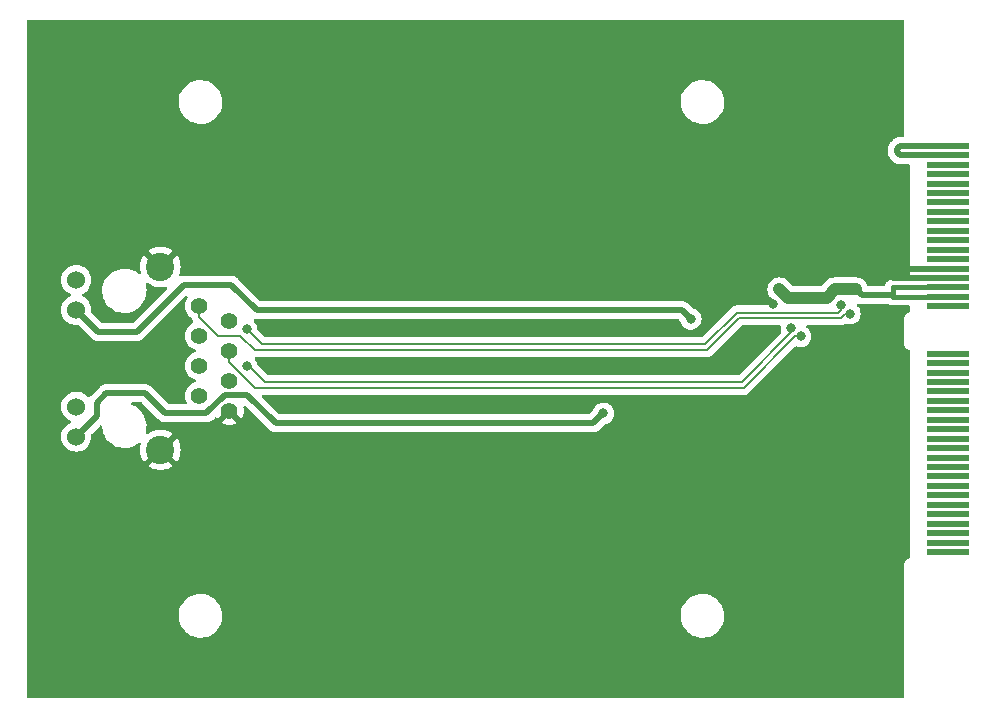
<source format=gbr>
%TF.GenerationSoftware,KiCad,Pcbnew,7.0.2*%
%TF.CreationDate,2024-05-24T23:14:04+02:00*%
%TF.ProjectId,dsoxlan,64736f78-6c61-46e2-9e6b-696361645f70,rev?*%
%TF.SameCoordinates,Original*%
%TF.FileFunction,Copper,L2,Bot*%
%TF.FilePolarity,Positive*%
%FSLAX46Y46*%
G04 Gerber Fmt 4.6, Leading zero omitted, Abs format (unit mm)*
G04 Created by KiCad (PCBNEW 7.0.2) date 2024-05-24 23:14:04*
%MOMM*%
%LPD*%
G01*
G04 APERTURE LIST*
%TA.AperFunction,ComponentPad*%
%ADD10C,2.400000*%
%TD*%
%TA.AperFunction,ComponentPad*%
%ADD11C,1.530000*%
%TD*%
%TA.AperFunction,ComponentPad*%
%ADD12C,1.400000*%
%TD*%
%TA.AperFunction,ConnectorPad*%
%ADD13R,3.600000X0.550000*%
%TD*%
%TA.AperFunction,ViaPad*%
%ADD14C,0.800000*%
%TD*%
%TA.AperFunction,Conductor*%
%ADD15C,1.000000*%
%TD*%
%TA.AperFunction,Conductor*%
%ADD16C,0.500000*%
%TD*%
%TA.AperFunction,Conductor*%
%ADD17C,0.200000*%
%TD*%
%TA.AperFunction,Conductor*%
%ADD18C,0.400000*%
%TD*%
G04 APERTURE END LIST*
D10*
%TO.P,P1,14,Shield*%
%TO.N,GND*%
X124100001Y-80600000D03*
%TO.P,P1,13,Shield*%
X124100001Y-96090000D03*
D11*
%TO.P,P1,12,KG*%
%TO.N,LED1*%
X116970001Y-94975000D03*
%TO.P,P1,11,AG*%
%TO.N,Net-(P1-AG)*%
X116970001Y-92435000D03*
%TO.P,P1,10,KY*%
%TO.N,LED2*%
X116970001Y-84255000D03*
%TO.P,P1,9,AY*%
%TO.N,Net-(P1-AY)*%
X116970001Y-81715000D03*
D12*
%TO.P,P1,8,GND*%
%TO.N,GND*%
X129940001Y-92790000D03*
%TO.P,P1,7,NC*%
%TO.N,unconnected-(P1-NC-Pad7)*%
X127400001Y-91520000D03*
%TO.P,P1,6,RD-*%
%TO.N,RX-*%
X129940001Y-90250000D03*
%TO.P,P1,5,CRD*%
%TO.N,Net-(P1-CRD)*%
X127400001Y-88980000D03*
%TO.P,P1,4,RD+*%
%TO.N,RX+*%
X129940001Y-87710000D03*
%TO.P,P1,3,TD-*%
%TO.N,TX-*%
X127400001Y-86440000D03*
%TO.P,P1,2,CTD*%
%TO.N,Net-(P1-CRD)*%
X129940001Y-85170000D03*
%TO.P,P1,1,TD+*%
%TO.N,TX+*%
X127400001Y-83900000D03*
%TD*%
D13*
%TO.P,P2,2,Pin_2*%
%TO.N,unconnected-(P2-Pin_2-Pad2)*%
X190754000Y-104750000D03*
%TO.P,P2,4,Pin_4*%
%TO.N,unconnected-(P2-Pin_4-Pad4)*%
X190754000Y-103950000D03*
%TO.P,P2,6,Pin_6*%
%TO.N,unconnected-(P2-Pin_6-Pad6)*%
X190754000Y-103150000D03*
%TO.P,P2,8,Pin_8*%
%TO.N,unconnected-(P2-Pin_8-Pad8)*%
X190754000Y-102350000D03*
%TO.P,P2,10,Pin_10*%
%TO.N,unconnected-(P2-Pin_10-Pad10)*%
X190754000Y-101550000D03*
%TO.P,P2,12,Pin_12*%
%TO.N,unconnected-(P2-Pin_12-Pad12)*%
X190754000Y-100750000D03*
%TO.P,P2,14,Pin_14*%
%TO.N,unconnected-(P2-Pin_14-Pad14)*%
X190754000Y-99950000D03*
%TO.P,P2,16,Pin_16*%
%TO.N,unconnected-(P2-Pin_16-Pad16)*%
X190754000Y-99150000D03*
%TO.P,P2,18,Pin_18*%
%TO.N,unconnected-(P2-Pin_18-Pad18)*%
X190754000Y-98350000D03*
%TO.P,P2,20,Pin_20*%
%TO.N,unconnected-(P2-Pin_20-Pad20)*%
X190754000Y-97550000D03*
%TO.P,P2,22,Pin_22*%
%TO.N,unconnected-(P2-Pin_22-Pad22)*%
X190754000Y-96750000D03*
%TO.P,P2,24,Pin_24*%
%TO.N,unconnected-(P2-Pin_24-Pad24)*%
X190754000Y-95950000D03*
%TO.P,P2,26,Pin_26*%
%TO.N,unconnected-(P2-Pin_26-Pad26)*%
X190754000Y-95150000D03*
%TO.P,P2,28,Pin_28*%
%TO.N,unconnected-(P2-Pin_28-Pad28)*%
X190754000Y-94350000D03*
%TO.P,P2,30,Pin_30*%
%TO.N,unconnected-(P2-Pin_30-Pad30)*%
X190754000Y-93550000D03*
%TO.P,P2,32,Pin_32*%
%TO.N,unconnected-(P2-Pin_32-Pad32)*%
X190754000Y-92750000D03*
%TO.P,P2,34,Pin_34*%
%TO.N,unconnected-(P2-Pin_34-Pad34)*%
X190754000Y-91950000D03*
%TO.P,P2,36,Pin_36*%
%TO.N,unconnected-(P2-Pin_36-Pad36)*%
X190754000Y-91150000D03*
%TO.P,P2,38,Pin_38*%
%TO.N,unconnected-(P2-Pin_38-Pad38)*%
X190754000Y-90350000D03*
%TO.P,P2,40,Pin_40*%
%TO.N,unconnected-(P2-Pin_40-Pad40)*%
X190754000Y-89550000D03*
%TO.P,P2,42,Pin_42*%
%TO.N,unconnected-(P2-Pin_42-Pad42)*%
X190754000Y-88750000D03*
%TO.P,P2,44,Pin_44*%
%TO.N,unconnected-(P2-Pin_44-Pad44)*%
X190754000Y-87950000D03*
%TO.P,P2,46,Pin_46*%
%TO.N,unconnected-(P2-Pin_46-Pad46)*%
X190754000Y-83950000D03*
%TO.P,P2,48,Pin_48*%
%TO.N,+3.3V*%
X190754000Y-83150000D03*
%TO.P,P2,50,Pin_50*%
X190754000Y-82350000D03*
%TO.P,P2,52,Pin_52*%
%TO.N,GND*%
X190754000Y-81550000D03*
%TO.P,P2,54,Pin_54*%
X190754000Y-80750000D03*
%TO.P,P2,56,Pin_56*%
%TO.N,unconnected-(P2-Pin_56-Pad56)*%
X190754000Y-79950000D03*
%TO.P,P2,58,Pin_58*%
%TO.N,unconnected-(P2-Pin_58-Pad58)*%
X190754000Y-79150000D03*
%TO.P,P2,60,Pin_60*%
%TO.N,unconnected-(P2-Pin_60-Pad60)*%
X190754000Y-78350000D03*
%TO.P,P2,62,Pin_62*%
%TO.N,unconnected-(P2-Pin_62-Pad62)*%
X190754000Y-77550000D03*
%TO.P,P2,64,Pin_64*%
%TO.N,unconnected-(P2-Pin_64-Pad64)*%
X190754000Y-76750000D03*
%TO.P,P2,66,Pin_66*%
%TO.N,unconnected-(P2-Pin_66-Pad66)*%
X190754000Y-75950000D03*
%TO.P,P2,68,Pin_68*%
%TO.N,unconnected-(P2-Pin_68-Pad68)*%
X190754000Y-75150000D03*
%TO.P,P2,70,Pin_70*%
%TO.N,unconnected-(P2-Pin_70-Pad70)*%
X190754000Y-74350000D03*
%TO.P,P2,72,Pin_72*%
%TO.N,unconnected-(P2-Pin_72-Pad72)*%
X190754000Y-73550000D03*
%TO.P,P2,74,Pin_74*%
%TO.N,unconnected-(P2-Pin_74-Pad74)*%
X190754000Y-72750000D03*
%TO.P,P2,76,Pin_76*%
%TO.N,unconnected-(P2-Pin_76-Pad76)*%
X190754000Y-71950000D03*
%TO.P,P2,78,Pin_78*%
%TO.N,Net-(P2-Pin_78)*%
X190754000Y-71150000D03*
%TO.P,P2,80,Pin_80*%
X190754000Y-70350000D03*
%TD*%
D14*
%TO.N,GND*%
X114500000Y-89000000D03*
X134400000Y-92600000D03*
X175600000Y-86100000D03*
X133100000Y-86000000D03*
%TO.N,TX-*%
X131400000Y-85900000D03*
%TO.N,TX+*%
X182471232Y-84571232D03*
%TO.N,TX-*%
X181728768Y-83828768D03*
%TO.N,RX-*%
X131400000Y-89000000D03*
%TO.N,RX+*%
X178294074Y-86492667D03*
%TO.N,RX-*%
X177528768Y-85774500D03*
%TO.N,GND*%
X132500000Y-94500000D03*
X163500000Y-85500000D03*
X183680000Y-81280000D03*
X142500000Y-85680500D03*
X146500000Y-96000000D03*
X178100000Y-89800000D03*
X186000000Y-85000000D03*
X159500000Y-85500000D03*
X145500000Y-89000000D03*
X132500000Y-82500000D03*
X142500000Y-92500000D03*
X145500000Y-85500000D03*
X136800000Y-85700000D03*
X186000000Y-89500000D03*
X161500000Y-82500000D03*
X170500000Y-89000000D03*
X186000000Y-75000000D03*
X133200000Y-88967152D03*
X167199272Y-81245799D03*
X164000000Y-92500000D03*
X181000000Y-86500000D03*
X143000000Y-82500000D03*
X176000000Y-83725500D03*
X177500000Y-81400500D03*
X137000000Y-96000000D03*
X162000000Y-96000000D03*
X142000000Y-96000000D03*
X159500000Y-89000000D03*
X167500000Y-92500000D03*
X158500000Y-92500000D03*
%TO.N,LED2*%
X169000000Y-85000000D03*
%TO.N,LED1*%
X161600000Y-93000000D03*
%TO.N,+3.3V*%
X176500000Y-82500000D03*
%TD*%
D15*
%TO.N,+3.3V*%
X176500000Y-82500000D02*
X177200000Y-83200000D01*
X177200000Y-83200000D02*
X180500000Y-83200000D01*
X180500000Y-83200000D02*
X181200000Y-82500000D01*
X181200000Y-82500000D02*
X183000000Y-82500000D01*
D16*
%TO.N,LED1*%
X161600000Y-93000000D02*
X160750000Y-93850000D01*
X129550000Y-91450000D02*
X128000000Y-93000000D01*
X160750000Y-93850000D02*
X133850000Y-93850000D01*
X133850000Y-93850000D02*
X131450000Y-91450000D01*
X131450000Y-91450000D02*
X129550000Y-91450000D01*
X128000000Y-93000000D02*
X124500000Y-93000000D01*
X124500000Y-93000000D02*
X122800000Y-91300000D01*
X122800000Y-91300000D02*
X119500000Y-91300000D01*
X119500000Y-91300000D02*
X118700000Y-92100000D01*
X118700000Y-92100000D02*
X118700000Y-93245001D01*
X118700000Y-93245001D02*
X116970001Y-94975000D01*
%TO.N,LED2*%
X169000000Y-85000000D02*
X168277464Y-84277464D01*
X168277464Y-84277464D02*
X132277464Y-84277464D01*
X132277464Y-84277464D02*
X130100000Y-82100000D01*
X130100000Y-82100000D02*
X126100000Y-82100000D01*
X126100000Y-82100000D02*
X122100000Y-86100000D01*
X122100000Y-86100000D02*
X118815001Y-86100000D01*
X118815001Y-86100000D02*
X116970001Y-84255000D01*
D17*
%TO.N,TX+*%
X130865046Y-86425000D02*
X128935052Y-86425000D01*
%TO.N,TX-*%
X131475000Y-85975000D02*
X131400000Y-85900000D01*
%TO.N,TX+*%
X127400001Y-84889949D02*
X127400001Y-83900000D01*
X181693199Y-84925000D02*
X173093200Y-84925000D01*
X128935052Y-86425000D02*
X127400001Y-84889949D01*
X132065046Y-87625000D02*
X130865046Y-86425000D01*
X182471232Y-84571232D02*
X182046967Y-84571232D01*
X173093200Y-84925000D02*
X170393200Y-87625000D01*
X170393200Y-87625000D02*
X132065046Y-87625000D01*
X182046967Y-84571232D02*
X181693199Y-84925000D01*
%TO.N,TX-*%
X131493200Y-85975000D02*
X131475000Y-85975000D01*
X132693200Y-87175000D02*
X131493200Y-85975000D01*
X170206800Y-87175000D02*
X132693200Y-87175000D01*
X172906800Y-84475000D02*
X170206800Y-87175000D01*
X181506801Y-84475000D02*
X172906800Y-84475000D01*
%TO.N,RX+*%
X129940001Y-88699949D02*
X132065052Y-90825000D01*
%TO.N,TX-*%
X181728768Y-84253033D02*
X181506801Y-84475000D01*
%TO.N,RX+*%
X132065052Y-90825000D02*
X173493199Y-90825000D01*
X129940001Y-87710000D02*
X129940001Y-88699949D01*
X177825532Y-86492667D02*
X178294074Y-86492667D01*
%TO.N,RX-*%
X131600000Y-89000000D02*
X131609100Y-88990900D01*
X131609100Y-88990900D02*
X132993200Y-90375000D01*
X131400000Y-89000000D02*
X131600000Y-89000000D01*
X177528768Y-86153033D02*
X177528768Y-85774500D01*
X173306801Y-90375000D02*
X177528768Y-86153033D01*
X132993200Y-90375000D02*
X173306801Y-90375000D01*
%TO.N,RX+*%
X173493199Y-90825000D02*
X177825532Y-86492667D01*
%TO.N,TX-*%
X181728768Y-83828768D02*
X181728768Y-84253033D01*
D16*
%TO.N,GND*%
X186100998Y-81550000D02*
X186055000Y-81504002D01*
X186055000Y-81504002D02*
X186055000Y-81280000D01*
X186585000Y-80750000D02*
X186055000Y-81280000D01*
X190754000Y-81550000D02*
X186100998Y-81550000D01*
X186055000Y-81280000D02*
X183680000Y-81280000D01*
X190754000Y-80750000D02*
X186585000Y-80750000D01*
D18*
%TO.N,+3.3V*%
X186100000Y-83000000D02*
X186100000Y-83100000D01*
X186150000Y-82350000D02*
X186100000Y-82400000D01*
X186100000Y-83100000D02*
X186150000Y-83150000D01*
D16*
X183500000Y-83000000D02*
X186100000Y-83000000D01*
D18*
X186100000Y-82400000D02*
X186100000Y-83000000D01*
D16*
X183000000Y-82500000D02*
X183500000Y-83000000D01*
D18*
X190754000Y-82350000D02*
X186150000Y-82350000D01*
X186150000Y-83150000D02*
X190754000Y-83150000D01*
D16*
%TO.N,Net-(P2-Pin_78)*%
X186720000Y-71150000D02*
X186436000Y-70866000D01*
X186436000Y-70866000D02*
X186436000Y-70612000D01*
X186436000Y-70612000D02*
X186698000Y-70350000D01*
X186698000Y-70350000D02*
X190754000Y-70350000D01*
X190754000Y-71150000D02*
X186720000Y-71150000D01*
%TD*%
%TA.AperFunction,Conductor*%
%TO.N,GND*%
G36*
X187020621Y-59702502D02*
G01*
X187067114Y-59756158D01*
X187078500Y-59808500D01*
X187078500Y-69465500D01*
X187058498Y-69533621D01*
X187004842Y-69580114D01*
X186952500Y-69591500D01*
X186762442Y-69591500D01*
X186744182Y-69590170D01*
X186720212Y-69586659D01*
X186720211Y-69586659D01*
X186694075Y-69588945D01*
X186670353Y-69591021D01*
X186659372Y-69591500D01*
X186653820Y-69591500D01*
X186650182Y-69591925D01*
X186650167Y-69591926D01*
X186622711Y-69595135D01*
X186619070Y-69595507D01*
X186542260Y-69602227D01*
X186523123Y-69606470D01*
X186450634Y-69632853D01*
X186447176Y-69634055D01*
X186374000Y-69658303D01*
X186356372Y-69666838D01*
X186291918Y-69709229D01*
X186288831Y-69711196D01*
X186223218Y-69751667D01*
X186208032Y-69764038D01*
X186155087Y-69820156D01*
X186152534Y-69822783D01*
X185945225Y-70030092D01*
X185931377Y-70042061D01*
X185911944Y-70056529D01*
X185879773Y-70094868D01*
X185872360Y-70102958D01*
X185871017Y-70104301D01*
X185871011Y-70104307D01*
X185868420Y-70106899D01*
X185866149Y-70109770D01*
X185866140Y-70109781D01*
X185848997Y-70131460D01*
X185846688Y-70134294D01*
X185797119Y-70193369D01*
X185786589Y-70209899D01*
X185753995Y-70279794D01*
X185752401Y-70283087D01*
X185717795Y-70351997D01*
X185711363Y-70370500D01*
X185695759Y-70446064D01*
X185694967Y-70449637D01*
X185677192Y-70524640D01*
X185675202Y-70544115D01*
X185677447Y-70621258D01*
X185677500Y-70624922D01*
X185677500Y-70801559D01*
X185676170Y-70819820D01*
X185672658Y-70843790D01*
X185677020Y-70893633D01*
X185677500Y-70904616D01*
X185677500Y-70910180D01*
X185677924Y-70913815D01*
X185677926Y-70913834D01*
X185681135Y-70941291D01*
X185681507Y-70944932D01*
X185688228Y-71021744D01*
X185692469Y-71040873D01*
X185718846Y-71113342D01*
X185720049Y-71116804D01*
X185744304Y-71190000D01*
X185752837Y-71207627D01*
X185795232Y-71272084D01*
X185797171Y-71275127D01*
X185836970Y-71339651D01*
X185837674Y-71340792D01*
X185850038Y-71355967D01*
X185906155Y-71408911D01*
X185908784Y-71411465D01*
X186138092Y-71640773D01*
X186150060Y-71654620D01*
X186164531Y-71674058D01*
X186202870Y-71706228D01*
X186210974Y-71713655D01*
X186214900Y-71717581D01*
X186217780Y-71719858D01*
X186239455Y-71736997D01*
X186242296Y-71739311D01*
X186301377Y-71788885D01*
X186317890Y-71799405D01*
X186387786Y-71831998D01*
X186391078Y-71833591D01*
X186458812Y-71867609D01*
X186458814Y-71867609D01*
X186460008Y-71868209D01*
X186478490Y-71874633D01*
X186479791Y-71874901D01*
X186479794Y-71874903D01*
X186554078Y-71890241D01*
X186557630Y-71891029D01*
X186631344Y-71908500D01*
X186631346Y-71908500D01*
X186632641Y-71908807D01*
X186652114Y-71910797D01*
X186653439Y-71910758D01*
X186653442Y-71910759D01*
X186727477Y-71908604D01*
X186729259Y-71908553D01*
X186732923Y-71908500D01*
X187453000Y-71908500D01*
X187521121Y-71928502D01*
X187567614Y-71982158D01*
X187579000Y-72034500D01*
X187579000Y-81515500D01*
X187558998Y-81583621D01*
X187505342Y-81630114D01*
X187453000Y-81641500D01*
X186175223Y-81641500D01*
X186167616Y-81641270D01*
X186165540Y-81641144D01*
X186106906Y-81637597D01*
X186047090Y-81648559D01*
X186039569Y-81649704D01*
X185979197Y-81657035D01*
X185969662Y-81660651D01*
X185947711Y-81666770D01*
X185945609Y-81667155D01*
X185937668Y-81668611D01*
X185882213Y-81693569D01*
X185875186Y-81696480D01*
X185818322Y-81718046D01*
X185809926Y-81723842D01*
X185790076Y-81735038D01*
X185780776Y-81739224D01*
X185780774Y-81739225D01*
X185780775Y-81739225D01*
X185732899Y-81776731D01*
X185726785Y-81781230D01*
X185676730Y-81815781D01*
X185636388Y-81861317D01*
X185631172Y-81866856D01*
X185616856Y-81881172D01*
X185611317Y-81886388D01*
X185565782Y-81926729D01*
X185531238Y-81976773D01*
X185526731Y-81982898D01*
X185489224Y-82030774D01*
X185485036Y-82040078D01*
X185473843Y-82059923D01*
X185468048Y-82068319D01*
X185446482Y-82125183D01*
X185443570Y-82132211D01*
X185427819Y-82167210D01*
X185381623Y-82221121D01*
X185313613Y-82241498D01*
X185312919Y-82241500D01*
X184068913Y-82241500D01*
X184000792Y-82221498D01*
X183954299Y-82167842D01*
X183948339Y-82152076D01*
X183942312Y-82132211D01*
X183936241Y-82112196D01*
X183842595Y-81936996D01*
X183842593Y-81936992D01*
X183716568Y-81783431D01*
X183563007Y-81657406D01*
X183387802Y-81563758D01*
X183197701Y-81506091D01*
X183052627Y-81491803D01*
X183052619Y-81491802D01*
X183049547Y-81491500D01*
X183046455Y-81491500D01*
X181255735Y-81491500D01*
X181243384Y-81490893D01*
X181200000Y-81486619D01*
X181158608Y-81490696D01*
X181150453Y-81491500D01*
X181127926Y-81493718D01*
X181002298Y-81506091D01*
X180812197Y-81563758D01*
X180636995Y-81657404D01*
X180483430Y-81783433D01*
X180455774Y-81817131D01*
X180447473Y-81826290D01*
X180119171Y-82154595D01*
X180056859Y-82188620D01*
X180030075Y-82191500D01*
X177669926Y-82191500D01*
X177601805Y-82171498D01*
X177580831Y-82154596D01*
X177180265Y-81754031D01*
X177178082Y-81751848D01*
X177108973Y-81695132D01*
X177063002Y-81657404D01*
X176887802Y-81563758D01*
X176697701Y-81506090D01*
X176499999Y-81486619D01*
X176302298Y-81506090D01*
X176112197Y-81563757D01*
X175936998Y-81657404D01*
X175783431Y-81783431D01*
X175657404Y-81936998D01*
X175563757Y-82112197D01*
X175506090Y-82302298D01*
X175486619Y-82500000D01*
X175506090Y-82697701D01*
X175563758Y-82887802D01*
X175657404Y-83063002D01*
X175727080Y-83147903D01*
X175751848Y-83178082D01*
X175754031Y-83180265D01*
X176225170Y-83651405D01*
X176259195Y-83713717D01*
X176254130Y-83784533D01*
X176211583Y-83841368D01*
X176145063Y-83866179D01*
X176136074Y-83866500D01*
X172954944Y-83866500D01*
X172938498Y-83865422D01*
X172906800Y-83861249D01*
X172747949Y-83882161D01*
X172599924Y-83943475D01*
X172536326Y-83992276D01*
X172504729Y-84016522D01*
X172504725Y-84016525D01*
X172472813Y-84041013D01*
X172472809Y-84041017D01*
X172472805Y-84041021D01*
X172453345Y-84066381D01*
X172442481Y-84078768D01*
X169991656Y-86529595D01*
X169929344Y-86563620D01*
X169902561Y-86566500D01*
X132997439Y-86566500D01*
X132929318Y-86546498D01*
X132908344Y-86529595D01*
X132349136Y-85970387D01*
X132315110Y-85908075D01*
X132312923Y-85894478D01*
X132293542Y-85710072D01*
X132248161Y-85570405D01*
X132234527Y-85528443D01*
X132139039Y-85363054D01*
X132021259Y-85232245D01*
X131990541Y-85168238D01*
X131999306Y-85097784D01*
X132044769Y-85043253D01*
X132112496Y-85021958D01*
X132143946Y-85025330D01*
X132188808Y-85035964D01*
X132188812Y-85035964D01*
X132190107Y-85036271D01*
X132209575Y-85038260D01*
X132210902Y-85038221D01*
X132210906Y-85038222D01*
X132285161Y-85036061D01*
X132286688Y-85036017D01*
X132290352Y-85035964D01*
X167911093Y-85035964D01*
X167979214Y-85055966D01*
X168000188Y-85072869D01*
X168079874Y-85152555D01*
X168110612Y-85202714D01*
X168165472Y-85371555D01*
X168260958Y-85536942D01*
X168324181Y-85607158D01*
X168388747Y-85678866D01*
X168543248Y-85791118D01*
X168717712Y-85868794D01*
X168904513Y-85908500D01*
X168904515Y-85908500D01*
X169095485Y-85908500D01*
X169095487Y-85908500D01*
X169282288Y-85868794D01*
X169456752Y-85791118D01*
X169611253Y-85678866D01*
X169739040Y-85536944D01*
X169834527Y-85371556D01*
X169893542Y-85189928D01*
X169913504Y-85000000D01*
X169893542Y-84810072D01*
X169834527Y-84628444D01*
X169834527Y-84628443D01*
X169739041Y-84463057D01*
X169611252Y-84321133D01*
X169456753Y-84208883D01*
X169456752Y-84208882D01*
X169282288Y-84131206D01*
X169282284Y-84131204D01*
X169219228Y-84117801D01*
X169156755Y-84084072D01*
X169156331Y-84083650D01*
X168859373Y-83786692D01*
X168847401Y-83772839D01*
X168832934Y-83753407D01*
X168794591Y-83721233D01*
X168786488Y-83713807D01*
X168785158Y-83712477D01*
X168782565Y-83709884D01*
X168779699Y-83707617D01*
X168779688Y-83707608D01*
X168757994Y-83690455D01*
X168755172Y-83688156D01*
X168697104Y-83639432D01*
X168697103Y-83639431D01*
X168696085Y-83638577D01*
X168679574Y-83628058D01*
X168609669Y-83595460D01*
X168606373Y-83593865D01*
X168594963Y-83588135D01*
X168591926Y-83586610D01*
X168537460Y-83559256D01*
X168518968Y-83552829D01*
X168443406Y-83537226D01*
X168439831Y-83536433D01*
X168364820Y-83518655D01*
X168345349Y-83516666D01*
X168268205Y-83518911D01*
X168264541Y-83518964D01*
X132643835Y-83518964D01*
X132575714Y-83498962D01*
X132554740Y-83482059D01*
X130681909Y-81609228D01*
X130669937Y-81595375D01*
X130655470Y-81575943D01*
X130617127Y-81543769D01*
X130609024Y-81536343D01*
X130607694Y-81535013D01*
X130605101Y-81532420D01*
X130602235Y-81530153D01*
X130602224Y-81530144D01*
X130580530Y-81512991D01*
X130577708Y-81510692D01*
X130519640Y-81461968D01*
X130519639Y-81461967D01*
X130518621Y-81461113D01*
X130502110Y-81450594D01*
X130432205Y-81417996D01*
X130428909Y-81416401D01*
X130423622Y-81413746D01*
X130411954Y-81407886D01*
X130359996Y-81381792D01*
X130341504Y-81375365D01*
X130265942Y-81359762D01*
X130262367Y-81358969D01*
X130187356Y-81341191D01*
X130167885Y-81339202D01*
X130090741Y-81341447D01*
X130087077Y-81341500D01*
X126164441Y-81341500D01*
X126146180Y-81340170D01*
X126122211Y-81336659D01*
X126072353Y-81341021D01*
X126061372Y-81341500D01*
X126055820Y-81341500D01*
X126052185Y-81341924D01*
X126052165Y-81341926D01*
X126024709Y-81345135D01*
X126021068Y-81345507D01*
X125944251Y-81352228D01*
X125925139Y-81356465D01*
X125852653Y-81382846D01*
X125849838Y-81383832D01*
X125849672Y-81383888D01*
X125778731Y-81386711D01*
X125717527Y-81350731D01*
X125685490Y-81287374D01*
X125692106Y-81218466D01*
X125736695Y-81104854D01*
X125793659Y-80855279D01*
X125812789Y-80600000D01*
X125793659Y-80344720D01*
X125736695Y-80095145D01*
X125643170Y-79856847D01*
X125515173Y-79635150D01*
X125474749Y-79584461D01*
X125474748Y-79584460D01*
X124818844Y-80240364D01*
X124729424Y-80098052D01*
X124601949Y-79970577D01*
X124459635Y-79881155D01*
X125115579Y-79225211D01*
X124956393Y-79116679D01*
X124725753Y-79005609D01*
X124481135Y-78930155D01*
X124227995Y-78892000D01*
X123972007Y-78892000D01*
X123718866Y-78930155D01*
X123474248Y-79005609D01*
X123243607Y-79116681D01*
X123084422Y-79225210D01*
X123084422Y-79225212D01*
X123740365Y-79881156D01*
X123598053Y-79970577D01*
X123470578Y-80098052D01*
X123381156Y-80240365D01*
X122725253Y-79584461D01*
X122725251Y-79584461D01*
X122684828Y-79635151D01*
X122556831Y-79856848D01*
X122463306Y-80095145D01*
X122406342Y-80344720D01*
X122387212Y-80600000D01*
X122406342Y-80855279D01*
X122453542Y-81062074D01*
X122449200Y-81132938D01*
X122407235Y-81190205D01*
X122340971Y-81215693D01*
X122271447Y-81201310D01*
X122246619Y-81183954D01*
X122199324Y-81141577D01*
X121970360Y-80990096D01*
X121721780Y-80873567D01*
X121660993Y-80855279D01*
X121458876Y-80794471D01*
X121187272Y-80754500D01*
X121187270Y-80754500D01*
X120981454Y-80754500D01*
X120979184Y-80754666D01*
X120979160Y-80754667D01*
X120776192Y-80769523D01*
X120508227Y-80829215D01*
X120251802Y-80927288D01*
X120012389Y-81061653D01*
X119795098Y-81229441D01*
X119604548Y-81427082D01*
X119444804Y-81650364D01*
X119319272Y-81894524D01*
X119230631Y-82154352D01*
X119180765Y-82424325D01*
X119170738Y-82698681D01*
X119200764Y-82971568D01*
X119224922Y-83063972D01*
X119270205Y-83237182D01*
X119377578Y-83489852D01*
X119520596Y-83724196D01*
X119696210Y-83935218D01*
X119696211Y-83935219D01*
X119696213Y-83935221D01*
X119751212Y-83984500D01*
X119900678Y-84118423D01*
X120129642Y-84269904D01*
X120378222Y-84386433D01*
X120641120Y-84465527D01*
X120641123Y-84465527D01*
X120641125Y-84465528D01*
X120912730Y-84505500D01*
X120912732Y-84505500D01*
X121116247Y-84505500D01*
X121118548Y-84505500D01*
X121323806Y-84490477D01*
X121591776Y-84430784D01*
X121848199Y-84332711D01*
X122087610Y-84198347D01*
X122087609Y-84198347D01*
X122087612Y-84198346D01*
X122236147Y-84083650D01*
X122304905Y-84030557D01*
X122495455Y-83832916D01*
X122655197Y-83609637D01*
X122780728Y-83365479D01*
X122869371Y-83105646D01*
X122919237Y-82835674D01*
X122929263Y-82561320D01*
X122899237Y-82288429D01*
X122844383Y-82078610D01*
X122846505Y-82007647D01*
X122886656Y-81949095D01*
X122952089Y-81921544D01*
X123022030Y-81933744D01*
X123037265Y-81942636D01*
X123243609Y-82083320D01*
X123474248Y-82194390D01*
X123718866Y-82269844D01*
X123972007Y-82308000D01*
X124227995Y-82308000D01*
X124481135Y-82269844D01*
X124539855Y-82251732D01*
X124610845Y-82250766D01*
X124671087Y-82288334D01*
X124701456Y-82352508D01*
X124692309Y-82422913D01*
X124666089Y-82461229D01*
X121822724Y-85304595D01*
X121760412Y-85338621D01*
X121733629Y-85341500D01*
X119181372Y-85341500D01*
X119113251Y-85321498D01*
X119092277Y-85304595D01*
X118273364Y-84485682D01*
X118239338Y-84423370D01*
X118236939Y-84385605D01*
X118237315Y-84381304D01*
X118248366Y-84255000D01*
X118228945Y-84033014D01*
X118171271Y-83817773D01*
X118077098Y-83615818D01*
X117949285Y-83433283D01*
X117949284Y-83433282D01*
X117949282Y-83433279D01*
X117791721Y-83275718D01*
X117655401Y-83180265D01*
X117609184Y-83147903D01*
X117504729Y-83099195D01*
X117451443Y-83052278D01*
X117431982Y-82984001D01*
X117452524Y-82916041D01*
X117504729Y-82870805D01*
X117519952Y-82863706D01*
X117609184Y-82822097D01*
X117791718Y-82694284D01*
X117949285Y-82536717D01*
X118077098Y-82354183D01*
X118171271Y-82152227D01*
X118228945Y-81936986D01*
X118248366Y-81715000D01*
X118228945Y-81493014D01*
X118171271Y-81277773D01*
X118077098Y-81075818D01*
X117949285Y-80893283D01*
X117949284Y-80893282D01*
X117949282Y-80893279D01*
X117791721Y-80735718D01*
X117609184Y-80607903D01*
X117407228Y-80513729D01*
X117191987Y-80456056D01*
X117191986Y-80456055D01*
X116970001Y-80436635D01*
X116970000Y-80436635D01*
X116748014Y-80456056D01*
X116532774Y-80513729D01*
X116330818Y-80607903D01*
X116148280Y-80735718D01*
X115990719Y-80893279D01*
X115862904Y-81075817D01*
X115768730Y-81277773D01*
X115711057Y-81493013D01*
X115691636Y-81715000D01*
X115711057Y-81936986D01*
X115768730Y-82152227D01*
X115862904Y-82354183D01*
X115990719Y-82536720D01*
X116148280Y-82694281D01*
X116148283Y-82694283D01*
X116148284Y-82694284D01*
X116330818Y-82822097D01*
X116408885Y-82858500D01*
X116435273Y-82870805D01*
X116488558Y-82917722D01*
X116508019Y-82986000D01*
X116487477Y-83053959D01*
X116435273Y-83099195D01*
X116330818Y-83147903D01*
X116148280Y-83275718D01*
X115990719Y-83433279D01*
X115862904Y-83615817D01*
X115768730Y-83817773D01*
X115711057Y-84033013D01*
X115691636Y-84254999D01*
X115711057Y-84476986D01*
X115768730Y-84692227D01*
X115862904Y-84894183D01*
X115990719Y-85076720D01*
X116148280Y-85234281D01*
X116148283Y-85234283D01*
X116148284Y-85234284D01*
X116330818Y-85362097D01*
X116438599Y-85412356D01*
X116532773Y-85456270D01*
X116590446Y-85471723D01*
X116748015Y-85513944D01*
X116970001Y-85533365D01*
X117100606Y-85521938D01*
X117170211Y-85535926D01*
X117200683Y-85558363D01*
X118233093Y-86590773D01*
X118245061Y-86604620D01*
X118257628Y-86621500D01*
X118259532Y-86624058D01*
X118297871Y-86656228D01*
X118305975Y-86663655D01*
X118309900Y-86667580D01*
X118328891Y-86682596D01*
X118334454Y-86686995D01*
X118337293Y-86689308D01*
X118396383Y-86738890D01*
X118412890Y-86749406D01*
X118482807Y-86782008D01*
X118486044Y-86783574D01*
X118553813Y-86817609D01*
X118553815Y-86817609D01*
X118555015Y-86818212D01*
X118573489Y-86824633D01*
X118574793Y-86824902D01*
X118574795Y-86824903D01*
X118649045Y-86840234D01*
X118652588Y-86841019D01*
X118726345Y-86858500D01*
X118726347Y-86858500D01*
X118727642Y-86858807D01*
X118747113Y-86860796D01*
X118748440Y-86860757D01*
X118748443Y-86860758D01*
X118824240Y-86858552D01*
X118827904Y-86858500D01*
X122035559Y-86858500D01*
X122053820Y-86859830D01*
X122077789Y-86863341D01*
X122124253Y-86859275D01*
X122127647Y-86858979D01*
X122138628Y-86858500D01*
X122140513Y-86858500D01*
X122144180Y-86858500D01*
X122175301Y-86854861D01*
X122178896Y-86854494D01*
X122254426Y-86847887D01*
X122254430Y-86847885D01*
X122255751Y-86847770D01*
X122274856Y-86843535D01*
X122276106Y-86843079D01*
X122276113Y-86843079D01*
X122347400Y-86817132D01*
X122350769Y-86815961D01*
X122422738Y-86792114D01*
X122422739Y-86792112D01*
X122424007Y-86791693D01*
X122441613Y-86783169D01*
X122442725Y-86782437D01*
X122442732Y-86782435D01*
X122506138Y-86740730D01*
X122509161Y-86738806D01*
X122510416Y-86738032D01*
X122573651Y-86699030D01*
X122573652Y-86699028D01*
X122574788Y-86698328D01*
X122589959Y-86685970D01*
X122590871Y-86685002D01*
X122590874Y-86685001D01*
X122642929Y-86629824D01*
X122645448Y-86627231D01*
X126195641Y-83077039D01*
X126257951Y-83043015D01*
X126328767Y-83048080D01*
X126385602Y-83090627D01*
X126410413Y-83157147D01*
X126395322Y-83226521D01*
X126387948Y-83238406D01*
X126349412Y-83293441D01*
X126260044Y-83485090D01*
X126205315Y-83689344D01*
X126191194Y-83850753D01*
X126186885Y-83900000D01*
X126190689Y-83943475D01*
X126205315Y-84110655D01*
X126260044Y-84314909D01*
X126349412Y-84506559D01*
X126470702Y-84679779D01*
X126620223Y-84829300D01*
X126748898Y-84919399D01*
X126793227Y-84974856D01*
X126801549Y-85006163D01*
X126803443Y-85020543D01*
X126804208Y-85026351D01*
X126807162Y-85048799D01*
X126874825Y-85212151D01*
X126871675Y-85213455D01*
X126887567Y-85254562D01*
X126873302Y-85324110D01*
X126823701Y-85374906D01*
X126815255Y-85379239D01*
X126793444Y-85389409D01*
X126620221Y-85510701D01*
X126470702Y-85660220D01*
X126349412Y-85833440D01*
X126260044Y-86025090D01*
X126205315Y-86229344D01*
X126186885Y-86440000D01*
X126205315Y-86650655D01*
X126260044Y-86854909D01*
X126349412Y-87046559D01*
X126470702Y-87219779D01*
X126620221Y-87369298D01*
X126620224Y-87369300D01*
X126620225Y-87369301D01*
X126657460Y-87395373D01*
X126793441Y-87490588D01*
X126793442Y-87490588D01*
X126793443Y-87490589D01*
X126985091Y-87579956D01*
X127014730Y-87587897D01*
X127016205Y-87588293D01*
X127076827Y-87625245D01*
X127107849Y-87689106D01*
X127099420Y-87759600D01*
X127054217Y-87814347D01*
X127016205Y-87831707D01*
X126985089Y-87840044D01*
X126793441Y-87929411D01*
X126620221Y-88050701D01*
X126470702Y-88200220D01*
X126349412Y-88373440D01*
X126260044Y-88565090D01*
X126205315Y-88769344D01*
X126199269Y-88838456D01*
X126186885Y-88980000D01*
X126197561Y-89102023D01*
X126205315Y-89190655D01*
X126260044Y-89394909D01*
X126349412Y-89586559D01*
X126470702Y-89759779D01*
X126620221Y-89909298D01*
X126793441Y-90030588D01*
X126793442Y-90030588D01*
X126793443Y-90030589D01*
X126985091Y-90119956D01*
X127014730Y-90127897D01*
X127016205Y-90128293D01*
X127076827Y-90165245D01*
X127107849Y-90229106D01*
X127099420Y-90299600D01*
X127054217Y-90354347D01*
X127016205Y-90371707D01*
X126985089Y-90380044D01*
X126793441Y-90469411D01*
X126620221Y-90590701D01*
X126470702Y-90740220D01*
X126349412Y-90913440D01*
X126260044Y-91105090D01*
X126205315Y-91309344D01*
X126186885Y-91520000D01*
X126205315Y-91730655D01*
X126260044Y-91934909D01*
X126319425Y-92062250D01*
X126330086Y-92132441D01*
X126301106Y-92197254D01*
X126241687Y-92236111D01*
X126205230Y-92241500D01*
X124866371Y-92241500D01*
X124798250Y-92221498D01*
X124777276Y-92204595D01*
X123381909Y-90809228D01*
X123369937Y-90795375D01*
X123355470Y-90775943D01*
X123348573Y-90770156D01*
X123317127Y-90743769D01*
X123309024Y-90736343D01*
X123307694Y-90735013D01*
X123305101Y-90732420D01*
X123302235Y-90730153D01*
X123302224Y-90730144D01*
X123280530Y-90712991D01*
X123277708Y-90710692D01*
X123219640Y-90661968D01*
X123219639Y-90661967D01*
X123218621Y-90661113D01*
X123202110Y-90650594D01*
X123132205Y-90617996D01*
X123128909Y-90616401D01*
X123123620Y-90613745D01*
X123077735Y-90590701D01*
X123059996Y-90581792D01*
X123041504Y-90575365D01*
X122965942Y-90559762D01*
X122962367Y-90558969D01*
X122887356Y-90541191D01*
X122867885Y-90539202D01*
X122790741Y-90541447D01*
X122787077Y-90541500D01*
X119564442Y-90541500D01*
X119546182Y-90540170D01*
X119522212Y-90536659D01*
X119522211Y-90536659D01*
X119496075Y-90538945D01*
X119472353Y-90541021D01*
X119461372Y-90541500D01*
X119455820Y-90541500D01*
X119452182Y-90541925D01*
X119452167Y-90541926D01*
X119424711Y-90545135D01*
X119421070Y-90545507D01*
X119344260Y-90552227D01*
X119325123Y-90556470D01*
X119252634Y-90582853D01*
X119249176Y-90584055D01*
X119176000Y-90608303D01*
X119158372Y-90616838D01*
X119093918Y-90659229D01*
X119090831Y-90661196D01*
X119025218Y-90701667D01*
X119010032Y-90714038D01*
X118957087Y-90770156D01*
X118954534Y-90772783D01*
X118209225Y-91518092D01*
X118195377Y-91530061D01*
X118175944Y-91544529D01*
X118143773Y-91582868D01*
X118136360Y-91590958D01*
X118135017Y-91592301D01*
X118135011Y-91592307D01*
X118132420Y-91594899D01*
X118130145Y-91597774D01*
X118127712Y-91600510D01*
X118131066Y-91596512D01*
X118073295Y-91637409D01*
X118002370Y-91640589D01*
X117943322Y-91607319D01*
X117791721Y-91455718D01*
X117609184Y-91327903D01*
X117407228Y-91233729D01*
X117191987Y-91176056D01*
X117161537Y-91173392D01*
X116970001Y-91156635D01*
X116970000Y-91156635D01*
X116748014Y-91176056D01*
X116532774Y-91233729D01*
X116330818Y-91327903D01*
X116148280Y-91455718D01*
X115990719Y-91613279D01*
X115862904Y-91795817D01*
X115768730Y-91997773D01*
X115711057Y-92213013D01*
X115691636Y-92435000D01*
X115711057Y-92656986D01*
X115768730Y-92872227D01*
X115862904Y-93074183D01*
X115990719Y-93256720D01*
X116148280Y-93414281D01*
X116148283Y-93414283D01*
X116148284Y-93414284D01*
X116330818Y-93542097D01*
X116385467Y-93567580D01*
X116435273Y-93590805D01*
X116488558Y-93637722D01*
X116508019Y-93706000D01*
X116487477Y-93773959D01*
X116435273Y-93819195D01*
X116330818Y-93867903D01*
X116148280Y-93995718D01*
X115990719Y-94153279D01*
X115862904Y-94335817D01*
X115768730Y-94537773D01*
X115711057Y-94753013D01*
X115691636Y-94974999D01*
X115711057Y-95196986D01*
X115768730Y-95412227D01*
X115862904Y-95614183D01*
X115990719Y-95796720D01*
X116148280Y-95954281D01*
X116148283Y-95954283D01*
X116148284Y-95954284D01*
X116330818Y-96082097D01*
X116438599Y-96132356D01*
X116532773Y-96176270D01*
X116590446Y-96191723D01*
X116748015Y-96233944D01*
X116970001Y-96253365D01*
X117191987Y-96233944D01*
X117407228Y-96176270D01*
X117609184Y-96082097D01*
X117791718Y-95954284D01*
X117949285Y-95796717D01*
X118077098Y-95614183D01*
X118171271Y-95412227D01*
X118228945Y-95196986D01*
X118248366Y-94975000D01*
X118236938Y-94844393D01*
X118250927Y-94774788D01*
X118273361Y-94744319D01*
X118957186Y-94060494D01*
X119019496Y-94026470D01*
X119090311Y-94031535D01*
X119147147Y-94074082D01*
X119171523Y-94135810D01*
X119200764Y-94401568D01*
X119211109Y-94441138D01*
X119270205Y-94667182D01*
X119377578Y-94919852D01*
X119520596Y-95154196D01*
X119696210Y-95365218D01*
X119900678Y-95548423D01*
X120129642Y-95699904D01*
X120378222Y-95816433D01*
X120641120Y-95895527D01*
X120641123Y-95895527D01*
X120641125Y-95895528D01*
X120912730Y-95935500D01*
X120912732Y-95935500D01*
X121116247Y-95935500D01*
X121118548Y-95935500D01*
X121323806Y-95920477D01*
X121591776Y-95860784D01*
X121848199Y-95762711D01*
X122087610Y-95628347D01*
X122087609Y-95628347D01*
X122087612Y-95628346D01*
X122191461Y-95548155D01*
X122253709Y-95500088D01*
X122319851Y-95474286D01*
X122389442Y-95488339D01*
X122440390Y-95537785D01*
X122456516Y-95606926D01*
X122453558Y-95627855D01*
X122406342Y-95834720D01*
X122387212Y-96090000D01*
X122406342Y-96345279D01*
X122463306Y-96594854D01*
X122556831Y-96833151D01*
X122684828Y-97054848D01*
X122725251Y-97105537D01*
X122725253Y-97105537D01*
X123381156Y-96449633D01*
X123470578Y-96591948D01*
X123598053Y-96719423D01*
X123740365Y-96808843D01*
X123084422Y-97464786D01*
X123084422Y-97464787D01*
X123243609Y-97573320D01*
X123474248Y-97684390D01*
X123718866Y-97759844D01*
X123972007Y-97798000D01*
X124227995Y-97798000D01*
X124481135Y-97759844D01*
X124725753Y-97684390D01*
X124956393Y-97573320D01*
X125115579Y-97464787D01*
X124459635Y-96808843D01*
X124601949Y-96719423D01*
X124729424Y-96591948D01*
X124818844Y-96449634D01*
X125474748Y-97105538D01*
X125474749Y-97105537D01*
X125515173Y-97054850D01*
X125643170Y-96833152D01*
X125736695Y-96594854D01*
X125793659Y-96345279D01*
X125812789Y-96089999D01*
X125793659Y-95834720D01*
X125736695Y-95585145D01*
X125643170Y-95346847D01*
X125515173Y-95125150D01*
X125474749Y-95074461D01*
X125474748Y-95074460D01*
X124818844Y-95730364D01*
X124729424Y-95588052D01*
X124601949Y-95460577D01*
X124459634Y-95371155D01*
X125115579Y-94715211D01*
X124956393Y-94606679D01*
X124725753Y-94495609D01*
X124481135Y-94420155D01*
X124227995Y-94382000D01*
X123972007Y-94382000D01*
X123718866Y-94420155D01*
X123474248Y-94495609D01*
X123243606Y-94606681D01*
X123036617Y-94747804D01*
X122969066Y-94769651D01*
X122900426Y-94751509D01*
X122852491Y-94699138D01*
X122840480Y-94629165D01*
X122846388Y-94603015D01*
X122858262Y-94568209D01*
X122869371Y-94535646D01*
X122919237Y-94265674D01*
X122929263Y-93991320D01*
X122899237Y-93718429D01*
X122829797Y-93452818D01*
X122722424Y-93200148D01*
X122579406Y-92965804D01*
X122403792Y-92754782D01*
X122199324Y-92571577D01*
X121970360Y-92420096D01*
X121721780Y-92303567D01*
X121721778Y-92303566D01*
X121713430Y-92299653D01*
X121714646Y-92297058D01*
X121667596Y-92266376D01*
X121638534Y-92201601D01*
X121649106Y-92131396D01*
X121695955Y-92078051D01*
X121763368Y-92058500D01*
X122433629Y-92058500D01*
X122501750Y-92078502D01*
X122522724Y-92095405D01*
X123918092Y-93490773D01*
X123930060Y-93504620D01*
X123944531Y-93524058D01*
X123982870Y-93556228D01*
X123990974Y-93563655D01*
X123994899Y-93567580D01*
X124016931Y-93585001D01*
X124019453Y-93586995D01*
X124022292Y-93589308D01*
X124081382Y-93638890D01*
X124097889Y-93649405D01*
X124099093Y-93649966D01*
X124099094Y-93649967D01*
X124161068Y-93678866D01*
X124167794Y-93682002D01*
X124171085Y-93683596D01*
X124187208Y-93691693D01*
X124240000Y-93718206D01*
X124258485Y-93724631D01*
X124259791Y-93724900D01*
X124259794Y-93724902D01*
X124334113Y-93740247D01*
X124337525Y-93741003D01*
X124411344Y-93758500D01*
X124411347Y-93758500D01*
X124412642Y-93758807D01*
X124432111Y-93760796D01*
X124433438Y-93760757D01*
X124433442Y-93760758D01*
X124509239Y-93758552D01*
X124512903Y-93758500D01*
X127935559Y-93758500D01*
X127953820Y-93759830D01*
X127977789Y-93763341D01*
X128024253Y-93759275D01*
X128027647Y-93758979D01*
X128038628Y-93758500D01*
X128040513Y-93758500D01*
X128044180Y-93758500D01*
X128075301Y-93754861D01*
X128078896Y-93754494D01*
X128154426Y-93747887D01*
X128154430Y-93747885D01*
X128155751Y-93747770D01*
X128174856Y-93743535D01*
X128176106Y-93743079D01*
X128176113Y-93743079D01*
X128247400Y-93717132D01*
X128250769Y-93715961D01*
X128322738Y-93692114D01*
X128322739Y-93692112D01*
X128324007Y-93691693D01*
X128341613Y-93683169D01*
X128342725Y-93682437D01*
X128342732Y-93682435D01*
X128406138Y-93640730D01*
X128409161Y-93638806D01*
X128410416Y-93638032D01*
X128473651Y-93599030D01*
X128473652Y-93599028D01*
X128474788Y-93598328D01*
X128489959Y-93585970D01*
X128490871Y-93585002D01*
X128490874Y-93585001D01*
X128542929Y-93529824D01*
X128545448Y-93527231D01*
X128695752Y-93376927D01*
X128758062Y-93342903D01*
X128828877Y-93347968D01*
X128885713Y-93390515D01*
X128888058Y-93393753D01*
X128924703Y-93446086D01*
X129495156Y-92875632D01*
X129496328Y-92891265D01*
X129545888Y-93017541D01*
X129630466Y-93123599D01*
X129742548Y-93200016D01*
X129854624Y-93234586D01*
X129283913Y-93805296D01*
X129283913Y-93805297D01*
X129333692Y-93840153D01*
X129525262Y-93929484D01*
X129729432Y-93984191D01*
X129940001Y-94002613D01*
X130150569Y-93984191D01*
X130354741Y-93929483D01*
X130546305Y-93840156D01*
X130596088Y-93805297D01*
X130596088Y-93805296D01*
X130023317Y-93232525D01*
X130074139Y-93224865D01*
X130196358Y-93166007D01*
X130295799Y-93073740D01*
X130363626Y-92956260D01*
X130382551Y-92873341D01*
X130955297Y-93446087D01*
X130955298Y-93446087D01*
X130990157Y-93396304D01*
X131079484Y-93204740D01*
X131134192Y-93000568D01*
X131152614Y-92789999D01*
X131134192Y-92579427D01*
X131119534Y-92524723D01*
X131121223Y-92453746D01*
X131161017Y-92394950D01*
X131226281Y-92367002D01*
X131296294Y-92378775D01*
X131330335Y-92403016D01*
X133268092Y-94340773D01*
X133280060Y-94354620D01*
X133294531Y-94374058D01*
X133332870Y-94406228D01*
X133340974Y-94413655D01*
X133344900Y-94417581D01*
X133353003Y-94423988D01*
X133369455Y-94436997D01*
X133372296Y-94439311D01*
X133431377Y-94488885D01*
X133447890Y-94499405D01*
X133517786Y-94531998D01*
X133521078Y-94533591D01*
X133588812Y-94567609D01*
X133588814Y-94567609D01*
X133590008Y-94568209D01*
X133608490Y-94574633D01*
X133609791Y-94574901D01*
X133609794Y-94574903D01*
X133684078Y-94590241D01*
X133687630Y-94591029D01*
X133761344Y-94608500D01*
X133761346Y-94608500D01*
X133762641Y-94608807D01*
X133782114Y-94610797D01*
X133783439Y-94610758D01*
X133783442Y-94610759D01*
X133857477Y-94608604D01*
X133859259Y-94608553D01*
X133862923Y-94608500D01*
X160685559Y-94608500D01*
X160703820Y-94609830D01*
X160727789Y-94613341D01*
X160774253Y-94609275D01*
X160777647Y-94608979D01*
X160788628Y-94608500D01*
X160790513Y-94608500D01*
X160794180Y-94608500D01*
X160825301Y-94604861D01*
X160828896Y-94604494D01*
X160904426Y-94597887D01*
X160904430Y-94597885D01*
X160905751Y-94597770D01*
X160924856Y-94593535D01*
X160926106Y-94593079D01*
X160926113Y-94593079D01*
X160997400Y-94567132D01*
X161000769Y-94565961D01*
X161072738Y-94542114D01*
X161072739Y-94542112D01*
X161074007Y-94541693D01*
X161091613Y-94533169D01*
X161092725Y-94532437D01*
X161092732Y-94532435D01*
X161156138Y-94490730D01*
X161159161Y-94488806D01*
X161160416Y-94488032D01*
X161223651Y-94449030D01*
X161223652Y-94449028D01*
X161224788Y-94448328D01*
X161239959Y-94435970D01*
X161240871Y-94435002D01*
X161240874Y-94435001D01*
X161292929Y-94379824D01*
X161295448Y-94377231D01*
X161756332Y-93916347D01*
X161818642Y-93882323D01*
X161818946Y-93882257D01*
X161882288Y-93868794D01*
X162056752Y-93791118D01*
X162211253Y-93678866D01*
X162339040Y-93536944D01*
X162434527Y-93371556D01*
X162493542Y-93189928D01*
X162513504Y-93000000D01*
X162493542Y-92810072D01*
X162434527Y-92628444D01*
X162434527Y-92628443D01*
X162339041Y-92463057D01*
X162211252Y-92321133D01*
X162134002Y-92265007D01*
X162056752Y-92208882D01*
X161882288Y-92131206D01*
X161695487Y-92091500D01*
X161504513Y-92091500D01*
X161379979Y-92117970D01*
X161317711Y-92131206D01*
X161198011Y-92184500D01*
X161159602Y-92201601D01*
X161143246Y-92208883D01*
X160988747Y-92321133D01*
X160860958Y-92463057D01*
X160765473Y-92628442D01*
X160710613Y-92797283D01*
X160679876Y-92847441D01*
X160472724Y-93054595D01*
X160410412Y-93088620D01*
X160383628Y-93091500D01*
X134216371Y-93091500D01*
X134148250Y-93071498D01*
X134127276Y-93054595D01*
X132721276Y-91648595D01*
X132687250Y-91586283D01*
X132692315Y-91515468D01*
X132734862Y-91458632D01*
X132801382Y-91433821D01*
X132810371Y-91433500D01*
X173445063Y-91433500D01*
X173461506Y-91434577D01*
X173493199Y-91438750D01*
X173533079Y-91433500D01*
X173533084Y-91433500D01*
X173632655Y-91420391D01*
X173652050Y-91417838D01*
X173800075Y-91356524D01*
X173895271Y-91283477D01*
X173895271Y-91283476D01*
X173911828Y-91270772D01*
X173911831Y-91270769D01*
X173912745Y-91270067D01*
X173927186Y-91258987D01*
X173946656Y-91233611D01*
X173957508Y-91221238D01*
X177815973Y-87362773D01*
X177878283Y-87328749D01*
X177949098Y-87333814D01*
X177956291Y-87336753D01*
X178011786Y-87361461D01*
X178198587Y-87401167D01*
X178198589Y-87401167D01*
X178389559Y-87401167D01*
X178389561Y-87401167D01*
X178576362Y-87361461D01*
X178750826Y-87283785D01*
X178905327Y-87171533D01*
X179033114Y-87029611D01*
X179128601Y-86864223D01*
X179187616Y-86682595D01*
X179207578Y-86492667D01*
X179187616Y-86302739D01*
X179149775Y-86186278D01*
X179128601Y-86121110D01*
X179033115Y-85955724D01*
X178905326Y-85813800D01*
X178833253Y-85761436D01*
X178789899Y-85705214D01*
X178783824Y-85634478D01*
X178816955Y-85571686D01*
X178878775Y-85536774D01*
X178907314Y-85533500D01*
X181645063Y-85533500D01*
X181661506Y-85534577D01*
X181693199Y-85538750D01*
X181733079Y-85533500D01*
X181733084Y-85533500D01*
X181832655Y-85520391D01*
X181852050Y-85517838D01*
X182000075Y-85456524D01*
X182023557Y-85438505D01*
X182089774Y-85412903D01*
X182151507Y-85423358D01*
X182188944Y-85440026D01*
X182375745Y-85479732D01*
X182375747Y-85479732D01*
X182566717Y-85479732D01*
X182566719Y-85479732D01*
X182753520Y-85440026D01*
X182927984Y-85362350D01*
X183082485Y-85250098D01*
X183210272Y-85108176D01*
X183305759Y-84942788D01*
X183364774Y-84761160D01*
X183384736Y-84571232D01*
X183364774Y-84381304D01*
X183308751Y-84208883D01*
X183305759Y-84199675D01*
X183210273Y-84034289D01*
X183165443Y-83984500D01*
X183110169Y-83923112D01*
X183079453Y-83859106D01*
X183088216Y-83788653D01*
X183133679Y-83734121D01*
X183201407Y-83712826D01*
X183232861Y-83716199D01*
X183237144Y-83717214D01*
X183258490Y-83724633D01*
X183259791Y-83724901D01*
X183259794Y-83724903D01*
X183334078Y-83740241D01*
X183337630Y-83741029D01*
X183411344Y-83758500D01*
X183411346Y-83758500D01*
X183412641Y-83758807D01*
X183432114Y-83760797D01*
X183433439Y-83760758D01*
X183433442Y-83760759D01*
X183507477Y-83758604D01*
X183509259Y-83758553D01*
X183512923Y-83758500D01*
X185745083Y-83758500D01*
X185813204Y-83778502D01*
X185816630Y-83780784D01*
X185818325Y-83781954D01*
X185875204Y-83803525D01*
X185882193Y-83806420D01*
X185937671Y-83831389D01*
X185947704Y-83833227D01*
X185969666Y-83839349D01*
X185979199Y-83842965D01*
X186039565Y-83850294D01*
X186047064Y-83851435D01*
X186106908Y-83862402D01*
X186167616Y-83858729D01*
X186175223Y-83858500D01*
X187453000Y-83858500D01*
X187521121Y-83878502D01*
X187567614Y-83932158D01*
X187579000Y-83984500D01*
X187578999Y-84347047D01*
X187558997Y-84415168D01*
X187505341Y-84461661D01*
X187488494Y-84467944D01*
X187480987Y-84470148D01*
X187463429Y-84473968D01*
X187436541Y-84477834D01*
X187411842Y-84489114D01*
X187395007Y-84495393D01*
X187368947Y-84503046D01*
X187346093Y-84517732D01*
X187330327Y-84526341D01*
X187305625Y-84537623D01*
X187285103Y-84555405D01*
X187270717Y-84566174D01*
X187247871Y-84580856D01*
X187230083Y-84601383D01*
X187217383Y-84614083D01*
X187196856Y-84631871D01*
X187182174Y-84654717D01*
X187171405Y-84669103D01*
X187153623Y-84689625D01*
X187142341Y-84714327D01*
X187133732Y-84730093D01*
X187119046Y-84752947D01*
X187111393Y-84779007D01*
X187105114Y-84795842D01*
X187093834Y-84820541D01*
X187089968Y-84847429D01*
X187086149Y-84864985D01*
X187078500Y-84891038D01*
X187078500Y-84891039D01*
X187078500Y-84927201D01*
X187078500Y-87050038D01*
X187078500Y-87050039D01*
X187078500Y-87193961D01*
X187086149Y-87220012D01*
X187089969Y-87237574D01*
X187093834Y-87264454D01*
X187105115Y-87289156D01*
X187111397Y-87305999D01*
X187119047Y-87332053D01*
X187133727Y-87354896D01*
X187142340Y-87370669D01*
X187153622Y-87395372D01*
X187171403Y-87415892D01*
X187182176Y-87430283D01*
X187196857Y-87453128D01*
X187217378Y-87470910D01*
X187230088Y-87483620D01*
X187247871Y-87504143D01*
X187270715Y-87518823D01*
X187285108Y-87529597D01*
X187305627Y-87547377D01*
X187330333Y-87558660D01*
X187346091Y-87567264D01*
X187368947Y-87581953D01*
X187395005Y-87589604D01*
X187411842Y-87595884D01*
X187436543Y-87607165D01*
X187463435Y-87611031D01*
X187480969Y-87614845D01*
X187488495Y-87617055D01*
X187548220Y-87655434D01*
X187577717Y-87720013D01*
X187579000Y-87737951D01*
X187579000Y-105175047D01*
X187558998Y-105243168D01*
X187505342Y-105289661D01*
X187488490Y-105295945D01*
X187480982Y-105298149D01*
X187463429Y-105301968D01*
X187436541Y-105305834D01*
X187411842Y-105317114D01*
X187395007Y-105323393D01*
X187368947Y-105331046D01*
X187346093Y-105345732D01*
X187330327Y-105354341D01*
X187305625Y-105365623D01*
X187285103Y-105383405D01*
X187270717Y-105394174D01*
X187247871Y-105408856D01*
X187230083Y-105429383D01*
X187217383Y-105442083D01*
X187196856Y-105459871D01*
X187182174Y-105482717D01*
X187171405Y-105497103D01*
X187153623Y-105517625D01*
X187142341Y-105542327D01*
X187133732Y-105558093D01*
X187119046Y-105580947D01*
X187111393Y-105607007D01*
X187105114Y-105623842D01*
X187093834Y-105648541D01*
X187089968Y-105675429D01*
X187086149Y-105692985D01*
X187078500Y-105719039D01*
X187078500Y-116975500D01*
X187058498Y-117043621D01*
X187004842Y-117090114D01*
X186952500Y-117101500D01*
X112894500Y-117101500D01*
X112826379Y-117081498D01*
X112779886Y-117027842D01*
X112768500Y-116975500D01*
X112768500Y-110209766D01*
X125645787Y-110209766D01*
X125675413Y-110479015D01*
X125675414Y-110479018D01*
X125743928Y-110741088D01*
X125849870Y-110990390D01*
X125990982Y-111221610D01*
X126164255Y-111429820D01*
X126164256Y-111429821D01*
X126164258Y-111429823D01*
X126365993Y-111610578D01*
X126365995Y-111610579D01*
X126365998Y-111610582D01*
X126591910Y-111760044D01*
X126724104Y-111822014D01*
X126837171Y-111875018D01*
X126837173Y-111875018D01*
X126837176Y-111875020D01*
X127096569Y-111953060D01*
X127096572Y-111953060D01*
X127096574Y-111953061D01*
X127364558Y-111992500D01*
X127364561Y-111992500D01*
X127565330Y-111992500D01*
X127567631Y-111992500D01*
X127770156Y-111977677D01*
X128034553Y-111918780D01*
X128287558Y-111822014D01*
X128523777Y-111689441D01*
X128738177Y-111523888D01*
X128926186Y-111328881D01*
X129083799Y-111108579D01*
X129207656Y-110867675D01*
X129295118Y-110611305D01*
X129344319Y-110344933D01*
X129349259Y-110209766D01*
X168145787Y-110209766D01*
X168175413Y-110479015D01*
X168175414Y-110479018D01*
X168243928Y-110741088D01*
X168349870Y-110990390D01*
X168490982Y-111221610D01*
X168664255Y-111429820D01*
X168664256Y-111429821D01*
X168664258Y-111429823D01*
X168865993Y-111610578D01*
X168865995Y-111610579D01*
X168865998Y-111610582D01*
X169091910Y-111760044D01*
X169224104Y-111822014D01*
X169337171Y-111875018D01*
X169337173Y-111875018D01*
X169337176Y-111875020D01*
X169596569Y-111953060D01*
X169596572Y-111953060D01*
X169596574Y-111953061D01*
X169864558Y-111992500D01*
X169864561Y-111992500D01*
X170065330Y-111992500D01*
X170067631Y-111992500D01*
X170270156Y-111977677D01*
X170534553Y-111918780D01*
X170787558Y-111822014D01*
X171023777Y-111689441D01*
X171238177Y-111523888D01*
X171426186Y-111328881D01*
X171583799Y-111108579D01*
X171707656Y-110867675D01*
X171795118Y-110611305D01*
X171844319Y-110344933D01*
X171854212Y-110074235D01*
X171824586Y-109804982D01*
X171756072Y-109542912D01*
X171650130Y-109293610D01*
X171509018Y-109062390D01*
X171335745Y-108854180D01*
X171230759Y-108760112D01*
X171134006Y-108673421D01*
X171134003Y-108673419D01*
X171134002Y-108673418D01*
X170908090Y-108523956D01*
X170908086Y-108523954D01*
X170662828Y-108408981D01*
X170403425Y-108330938D01*
X170135442Y-108291500D01*
X170135439Y-108291500D01*
X169932369Y-108291500D01*
X169930099Y-108291666D01*
X169930075Y-108291667D01*
X169729839Y-108306323D01*
X169465449Y-108365219D01*
X169212441Y-108461985D01*
X168976225Y-108594557D01*
X168761820Y-108760114D01*
X168573815Y-108955117D01*
X168416200Y-109175422D01*
X168292342Y-109416328D01*
X168204882Y-109672693D01*
X168155681Y-109939065D01*
X168145787Y-110209766D01*
X129349259Y-110209766D01*
X129354212Y-110074235D01*
X129324586Y-109804982D01*
X129256072Y-109542912D01*
X129150130Y-109293610D01*
X129009018Y-109062390D01*
X128835745Y-108854180D01*
X128730759Y-108760112D01*
X128634006Y-108673421D01*
X128634003Y-108673419D01*
X128634002Y-108673418D01*
X128408090Y-108523956D01*
X128408086Y-108523954D01*
X128162828Y-108408981D01*
X127903425Y-108330938D01*
X127635442Y-108291500D01*
X127635439Y-108291500D01*
X127432369Y-108291500D01*
X127430099Y-108291666D01*
X127430075Y-108291667D01*
X127229839Y-108306323D01*
X126965449Y-108365219D01*
X126712441Y-108461985D01*
X126476225Y-108594557D01*
X126261820Y-108760114D01*
X126073815Y-108955117D01*
X125916200Y-109175422D01*
X125792342Y-109416328D01*
X125704882Y-109672693D01*
X125655681Y-109939065D01*
X125645787Y-110209766D01*
X112768500Y-110209766D01*
X112768500Y-66709766D01*
X125645787Y-66709766D01*
X125675413Y-66979015D01*
X125675414Y-66979018D01*
X125743928Y-67241088D01*
X125849870Y-67490390D01*
X125990982Y-67721610D01*
X126164255Y-67929820D01*
X126164256Y-67929821D01*
X126164258Y-67929823D01*
X126365993Y-68110578D01*
X126365995Y-68110579D01*
X126365998Y-68110582D01*
X126591910Y-68260044D01*
X126724104Y-68322014D01*
X126837171Y-68375018D01*
X126837173Y-68375018D01*
X126837176Y-68375020D01*
X127096569Y-68453060D01*
X127096572Y-68453060D01*
X127096574Y-68453061D01*
X127364558Y-68492500D01*
X127364561Y-68492500D01*
X127565330Y-68492500D01*
X127567631Y-68492500D01*
X127770156Y-68477677D01*
X128034553Y-68418780D01*
X128287558Y-68322014D01*
X128523777Y-68189441D01*
X128738177Y-68023888D01*
X128926186Y-67828881D01*
X129083799Y-67608579D01*
X129207656Y-67367675D01*
X129295118Y-67111305D01*
X129344319Y-66844933D01*
X129349259Y-66709766D01*
X168145787Y-66709766D01*
X168175413Y-66979015D01*
X168175414Y-66979018D01*
X168243928Y-67241088D01*
X168349870Y-67490390D01*
X168490982Y-67721610D01*
X168664255Y-67929820D01*
X168664256Y-67929821D01*
X168664258Y-67929823D01*
X168865993Y-68110578D01*
X168865995Y-68110579D01*
X168865998Y-68110582D01*
X169091910Y-68260044D01*
X169224104Y-68322014D01*
X169337171Y-68375018D01*
X169337173Y-68375018D01*
X169337176Y-68375020D01*
X169596569Y-68453060D01*
X169596572Y-68453060D01*
X169596574Y-68453061D01*
X169864558Y-68492500D01*
X169864561Y-68492500D01*
X170065330Y-68492500D01*
X170067631Y-68492500D01*
X170270156Y-68477677D01*
X170534553Y-68418780D01*
X170787558Y-68322014D01*
X171023777Y-68189441D01*
X171238177Y-68023888D01*
X171426186Y-67828881D01*
X171583799Y-67608579D01*
X171707656Y-67367675D01*
X171795118Y-67111305D01*
X171844319Y-66844933D01*
X171854212Y-66574235D01*
X171824586Y-66304982D01*
X171756072Y-66042912D01*
X171650130Y-65793610D01*
X171509018Y-65562390D01*
X171335745Y-65354180D01*
X171230759Y-65260112D01*
X171134006Y-65173421D01*
X171134003Y-65173419D01*
X171134002Y-65173418D01*
X170908090Y-65023956D01*
X170908086Y-65023954D01*
X170662828Y-64908981D01*
X170403425Y-64830938D01*
X170135442Y-64791500D01*
X170135439Y-64791500D01*
X169932369Y-64791500D01*
X169930099Y-64791666D01*
X169930075Y-64791667D01*
X169729839Y-64806323D01*
X169465449Y-64865219D01*
X169212441Y-64961985D01*
X168976225Y-65094557D01*
X168761820Y-65260114D01*
X168573815Y-65455117D01*
X168416200Y-65675422D01*
X168292342Y-65916328D01*
X168204882Y-66172693D01*
X168155681Y-66439065D01*
X168145787Y-66709766D01*
X129349259Y-66709766D01*
X129354212Y-66574235D01*
X129324586Y-66304982D01*
X129256072Y-66042912D01*
X129150130Y-65793610D01*
X129009018Y-65562390D01*
X128835745Y-65354180D01*
X128730759Y-65260112D01*
X128634006Y-65173421D01*
X128634003Y-65173419D01*
X128634002Y-65173418D01*
X128408090Y-65023956D01*
X128408086Y-65023954D01*
X128162828Y-64908981D01*
X127903425Y-64830938D01*
X127635442Y-64791500D01*
X127635439Y-64791500D01*
X127432369Y-64791500D01*
X127430099Y-64791666D01*
X127430075Y-64791667D01*
X127229839Y-64806323D01*
X126965449Y-64865219D01*
X126712441Y-64961985D01*
X126476225Y-65094557D01*
X126261820Y-65260114D01*
X126073815Y-65455117D01*
X125916200Y-65675422D01*
X125792342Y-65916328D01*
X125704882Y-66172693D01*
X125655681Y-66439065D01*
X125645787Y-66709766D01*
X112768500Y-66709766D01*
X112768500Y-59808500D01*
X112788502Y-59740379D01*
X112842158Y-59693886D01*
X112894500Y-59682500D01*
X186952500Y-59682500D01*
X187020621Y-59702502D01*
G37*
%TD.AperFunction*%
%TA.AperFunction,Conductor*%
G36*
X176568778Y-85553502D02*
G01*
X176615271Y-85607158D01*
X176625966Y-85672669D01*
X176622546Y-85705214D01*
X176615264Y-85774499D01*
X176635226Y-85964429D01*
X176665710Y-86058247D01*
X176667738Y-86129215D01*
X176634972Y-86186278D01*
X173091657Y-89729595D01*
X173029345Y-89763620D01*
X173002562Y-89766500D01*
X133297439Y-89766500D01*
X133229318Y-89746498D01*
X133208344Y-89729595D01*
X132317205Y-88838456D01*
X132286467Y-88788297D01*
X132234527Y-88628444D01*
X132139039Y-88463054D01*
X132121712Y-88443810D01*
X132090994Y-88379803D01*
X132099759Y-88309349D01*
X132145222Y-88254818D01*
X132212949Y-88233523D01*
X132215348Y-88233500D01*
X170345064Y-88233500D01*
X170361507Y-88234577D01*
X170393200Y-88238750D01*
X170433080Y-88233500D01*
X170433085Y-88233500D01*
X170538461Y-88219627D01*
X170552051Y-88217838D01*
X170700076Y-88156524D01*
X170795272Y-88083477D01*
X170795272Y-88083476D01*
X170811829Y-88070772D01*
X170811832Y-88070769D01*
X170812746Y-88070067D01*
X170827187Y-88058987D01*
X170846657Y-88033611D01*
X170857509Y-88021238D01*
X173308343Y-85570405D01*
X173370656Y-85536379D01*
X173397439Y-85533500D01*
X176500657Y-85533500D01*
X176568778Y-85553502D01*
G37*
%TD.AperFunction*%
%TD*%
M02*

</source>
